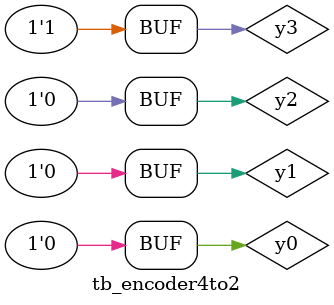
<source format=v>
`timescale 1ns/1ps
module tb_encoder4to2;
  reg y3,y2,y1,y0;
  wire a1,a0;
   encoder4x2 ins1(y3,y2,y1,y0,a1,a0);
  initial
begin
  $dumpfile("encoder4x2.vcd");
   $dumpvars(1);
end
initial
begin
      y3=1'b0; y2=1'b0; y1=1'b0; y0=1'b1;
   #5 y3=1'b0; y2=1'b0; y1=1'b1; y0=1'b0;
   #5 y3=1'b0; y2=1'b1; y1=1'b0; y0=1'b0;
   #5 y3=1'b1; y2=1'b0; y1=1'b0; y0=1'b0;
end
initial
  $monitor("simtime=%0g, y3=%b, y2=%b, y1=%b, y0=%b, a1=%b, a0=%b", $time, y3,y2,y1,y0,a1,a0);
endmodule

</source>
